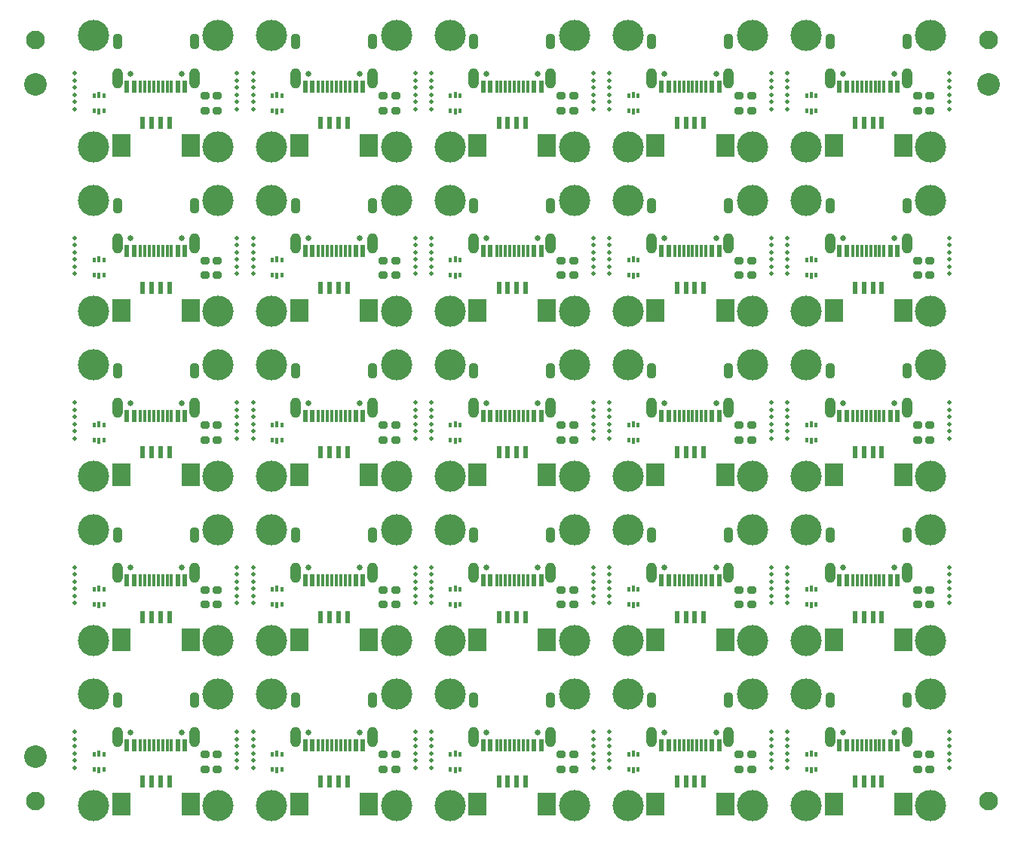
<source format=gts>
%TF.GenerationSoftware,KiCad,Pcbnew,8.0.4*%
%TF.CreationDate,2024-08-27T11:33:21+08:00*%
%TF.ProjectId,c3-fpc-panelized_output,63332d66-7063-42d7-9061-6e656c697a65,rev?*%
%TF.SameCoordinates,PX5836c38PY1312d00*%
%TF.FileFunction,Soldermask,Top*%
%TF.FilePolarity,Negative*%
%FSLAX46Y46*%
G04 Gerber Fmt 4.6, Leading zero omitted, Abs format (unit mm)*
G04 Created by KiCad (PCBNEW 8.0.4) date 2024-08-27 11:33:21*
%MOMM*%
%LPD*%
G01*
G04 APERTURE LIST*
G04 Aperture macros list*
%AMRoundRect*
0 Rectangle with rounded corners*
0 $1 Rounding radius*
0 $2 $3 $4 $5 $6 $7 $8 $9 X,Y pos of 4 corners*
0 Add a 4 corners polygon primitive as box body*
4,1,4,$2,$3,$4,$5,$6,$7,$8,$9,$2,$3,0*
0 Add four circle primitives for the rounded corners*
1,1,$1+$1,$2,$3*
1,1,$1+$1,$4,$5*
1,1,$1+$1,$6,$7*
1,1,$1+$1,$8,$9*
0 Add four rect primitives between the rounded corners*
20,1,$1+$1,$2,$3,$4,$5,0*
20,1,$1+$1,$4,$5,$6,$7,0*
20,1,$1+$1,$6,$7,$8,$9,0*
20,1,$1+$1,$8,$9,$2,$3,0*%
G04 Aperture macros list end*
%ADD10C,3.500000*%
%ADD11R,0.375000X0.500000*%
%ADD12R,0.300000X0.650000*%
%ADD13C,0.500000*%
%ADD14RoundRect,0.200000X0.275000X-0.200000X0.275000X0.200000X-0.275000X0.200000X-0.275000X-0.200000X0*%
%ADD15R,0.500000X1.400000*%
%ADD16R,2.000000X2.500000*%
%ADD17C,0.650000*%
%ADD18R,0.600000X1.450000*%
%ADD19R,0.300000X1.450000*%
%ADD20O,1.200000X2.300000*%
%ADD21O,1.100000X1.800000*%
%ADD22RoundRect,0.200000X-0.275000X0.200000X-0.275000X-0.200000X0.275000X-0.200000X0.275000X0.200000X0*%
%ADD23C,2.540000*%
%ADD24C,2.100000*%
G04 APERTURE END LIST*
D10*
%TO.C,REF\u002A\u002A*%
X103001000Y-88500000D03*
%TD*%
D11*
%TO.C,U1*%
X90138500Y-8750000D03*
D12*
X89601000Y-8675000D03*
D11*
X89063500Y-8750000D03*
X89063500Y-10450000D03*
D12*
X89601000Y-10525000D03*
D11*
X90138500Y-10450000D03*
%TD*%
D13*
%TO.C,KiKit_MB_36_2*%
X65101000Y-62550000D03*
%TD*%
D11*
%TO.C,U1*%
X10138500Y-82750000D03*
D12*
X9601000Y-82675000D03*
D11*
X9063500Y-82750000D03*
X9063500Y-84450000D03*
D12*
X9601000Y-84525000D03*
D11*
X10138500Y-84450000D03*
%TD*%
%TO.C,U1*%
X90138500Y-82750000D03*
D12*
X89601000Y-82675000D03*
D11*
X89063500Y-82750000D03*
X89063500Y-84450000D03*
D12*
X89601000Y-84525000D03*
D11*
X90138500Y-84450000D03*
%TD*%
D14*
%TO.C,R1*%
X82901000Y-84425000D03*
X82901000Y-82775000D03*
%TD*%
D13*
%TO.C,KiKit_MB_15_5*%
X46901000Y-25550000D03*
%TD*%
D14*
%TO.C,R1*%
X42901000Y-84425000D03*
X42901000Y-82775000D03*
%TD*%
D10*
%TO.C,REF\u002A\u002A*%
X9001000Y-14500000D03*
%TD*%
D13*
%TO.C,KiKit_MB_25_6*%
X46901000Y-43250000D03*
%TD*%
%TO.C,KiKit_MB_4_3*%
X45101000Y-7850000D03*
%TD*%
D11*
%TO.C,U1*%
X10138500Y-27250000D03*
D12*
X9601000Y-27175000D03*
D11*
X9063500Y-27250000D03*
X9063500Y-28950000D03*
D12*
X9601000Y-29025000D03*
D11*
X10138500Y-28950000D03*
%TD*%
D13*
%TO.C,KiKit_MB_3_1*%
X26901000Y-10250000D03*
%TD*%
D14*
%TO.C,R1*%
X102901000Y-47425000D03*
X102901000Y-45775000D03*
%TD*%
D13*
%TO.C,KiKit_MB_28_2*%
X85101000Y-44050000D03*
%TD*%
D15*
%TO.C,J2*%
X54501000Y-85850000D03*
X55501000Y-85850000D03*
X56501000Y-85850000D03*
X57501000Y-85850000D03*
D16*
X52101000Y-88375000D03*
X59901000Y-88375000D03*
%TD*%
D13*
%TO.C,KiKit_MB_32_5*%
X25101000Y-64950000D03*
%TD*%
D15*
%TO.C,J2*%
X34501000Y-30350000D03*
X35501000Y-30350000D03*
X36501000Y-30350000D03*
X37501000Y-30350000D03*
D16*
X32101000Y-32875000D03*
X39901000Y-32875000D03*
%TD*%
D13*
%TO.C,KiKit_MB_44_5*%
X45101000Y-83450000D03*
%TD*%
%TO.C,KiKit_MB_6_1*%
X65101000Y-6250000D03*
%TD*%
D17*
%TO.C,J1*%
X38891000Y-24800000D03*
X33111000Y-24800000D03*
D18*
X39251000Y-26245000D03*
X38451000Y-26245000D03*
D19*
X37251000Y-26245000D03*
X36251000Y-26245000D03*
X35751000Y-26245000D03*
X34751000Y-26245000D03*
D18*
X33551000Y-26245000D03*
X32751000Y-26245000D03*
X32751000Y-26245000D03*
X33551000Y-26245000D03*
D19*
X34251000Y-26245000D03*
X35251000Y-26245000D03*
X36751000Y-26245000D03*
X37751000Y-26245000D03*
D18*
X38451000Y-26245000D03*
X39251000Y-26245000D03*
D20*
X40321000Y-25330000D03*
D21*
X40321000Y-21150000D03*
D20*
X31681000Y-25330000D03*
D21*
X31681000Y-21150000D03*
%TD*%
D13*
%TO.C,KiKit_MB_11_1*%
X6901000Y-28750000D03*
%TD*%
%TO.C,KiKit_MB_45_1*%
X46901000Y-84250000D03*
%TD*%
%TO.C,KiKit_MB_8_5*%
X85101000Y-9450000D03*
%TD*%
%TO.C,KiKit_MB_2_6*%
X25101000Y-10250000D03*
%TD*%
D22*
%TO.C,R2*%
X61501000Y-64275000D03*
X61501000Y-65925000D03*
%TD*%
D13*
%TO.C,KiKit_MB_9_3*%
X86901000Y-8650000D03*
%TD*%
D14*
%TO.C,R1*%
X82901000Y-10425000D03*
X82901000Y-8775000D03*
%TD*%
D13*
%TO.C,KiKit_MB_18_2*%
X85101000Y-25550000D03*
%TD*%
%TO.C,KiKit_MB_27_1*%
X66901000Y-47250000D03*
%TD*%
%TO.C,KiKit_MB_25_1*%
X46901000Y-47250000D03*
%TD*%
%TO.C,KiKit_MB_27_5*%
X66901000Y-44050000D03*
%TD*%
%TO.C,KiKit_MB_39_5*%
X86901000Y-62550000D03*
%TD*%
%TO.C,KiKit_MB_29_6*%
X86901000Y-43250000D03*
%TD*%
%TO.C,KiKit_MB_46_4*%
X65101000Y-82650000D03*
%TD*%
%TO.C,KiKit_MB_17_2*%
X66901000Y-27950000D03*
%TD*%
%TO.C,KiKit_MB_1_5*%
X6901000Y-7050000D03*
%TD*%
%TO.C,KiKit_MB_7_3*%
X66901000Y-8650000D03*
%TD*%
%TO.C,KiKit_MB_24_3*%
X45101000Y-44850000D03*
%TD*%
D17*
%TO.C,J1*%
X58891000Y-80300000D03*
X53111000Y-80300000D03*
D18*
X59251000Y-81745000D03*
X58451000Y-81745000D03*
D19*
X57251000Y-81745000D03*
X56251000Y-81745000D03*
X55751000Y-81745000D03*
X54751000Y-81745000D03*
D18*
X53551000Y-81745000D03*
X52751000Y-81745000D03*
X52751000Y-81745000D03*
X53551000Y-81745000D03*
D19*
X54251000Y-81745000D03*
X55251000Y-81745000D03*
X56751000Y-81745000D03*
X57751000Y-81745000D03*
D18*
X58451000Y-81745000D03*
X59251000Y-81745000D03*
D20*
X60321000Y-80830000D03*
D21*
X60321000Y-76650000D03*
D20*
X51681000Y-80830000D03*
D21*
X51681000Y-76650000D03*
%TD*%
D13*
%TO.C,KiKit_MB_1_6*%
X6901000Y-6250000D03*
%TD*%
D10*
%TO.C,REF\u002A\u002A*%
X29001000Y-2000000D03*
%TD*%
D13*
%TO.C,KiKit_MB_27_3*%
X66901000Y-45650000D03*
%TD*%
D22*
%TO.C,R2*%
X61501000Y-27275000D03*
X61501000Y-28925000D03*
%TD*%
D10*
%TO.C,REF\u002A\u002A*%
X69001000Y-39000000D03*
%TD*%
%TO.C,REF\u002A\u002A*%
X89001000Y-14500000D03*
%TD*%
%TO.C,REF\u002A\u002A*%
X43001000Y-14500000D03*
%TD*%
D17*
%TO.C,J1*%
X98891000Y-61800000D03*
X93111000Y-61800000D03*
D18*
X99251000Y-63245000D03*
X98451000Y-63245000D03*
D19*
X97251000Y-63245000D03*
X96251000Y-63245000D03*
X95751000Y-63245000D03*
X94751000Y-63245000D03*
D18*
X93551000Y-63245000D03*
X92751000Y-63245000D03*
X92751000Y-63245000D03*
X93551000Y-63245000D03*
D19*
X94251000Y-63245000D03*
X95251000Y-63245000D03*
X96751000Y-63245000D03*
X97751000Y-63245000D03*
D18*
X98451000Y-63245000D03*
X99251000Y-63245000D03*
D20*
X100321000Y-62330000D03*
D21*
X100321000Y-58150000D03*
D20*
X91681000Y-62330000D03*
D21*
X91681000Y-58150000D03*
%TD*%
D11*
%TO.C,U1*%
X30138500Y-64250000D03*
D12*
X29601000Y-64175000D03*
D11*
X29063500Y-64250000D03*
X29063500Y-65950000D03*
D12*
X29601000Y-66025000D03*
D11*
X30138500Y-65950000D03*
%TD*%
D15*
%TO.C,J2*%
X54501000Y-67350000D03*
X55501000Y-67350000D03*
X56501000Y-67350000D03*
X57501000Y-67350000D03*
D16*
X52101000Y-69875000D03*
X59901000Y-69875000D03*
%TD*%
D22*
%TO.C,R2*%
X81501000Y-82775000D03*
X81501000Y-84425000D03*
%TD*%
D13*
%TO.C,KiKit_MB_14_6*%
X45101000Y-28750000D03*
%TD*%
D10*
%TO.C,REF\u002A\u002A*%
X43001000Y-57500000D03*
%TD*%
D13*
%TO.C,KiKit_MB_7_5*%
X66901000Y-7050000D03*
%TD*%
%TO.C,KiKit_MB_42_1*%
X25101000Y-80250000D03*
%TD*%
%TO.C,KiKit_MB_13_4*%
X26901000Y-26350000D03*
%TD*%
%TO.C,KiKit_MB_48_5*%
X85101000Y-83450000D03*
%TD*%
%TO.C,KiKit_MB_8_3*%
X85101000Y-7850000D03*
%TD*%
%TO.C,KiKit_MB_50_6*%
X105101000Y-84250000D03*
%TD*%
%TO.C,KiKit_MB_23_2*%
X26901000Y-46450000D03*
%TD*%
%TO.C,KiKit_MB_46_5*%
X65101000Y-83450000D03*
%TD*%
%TO.C,KiKit_MB_13_3*%
X26901000Y-27150000D03*
%TD*%
%TO.C,KiKit_MB_2_4*%
X25101000Y-8650000D03*
%TD*%
%TO.C,KiKit_MB_48_1*%
X85101000Y-80250000D03*
%TD*%
%TO.C,KiKit_MB_37_5*%
X66901000Y-62550000D03*
%TD*%
D17*
%TO.C,J1*%
X38891000Y-61800000D03*
X33111000Y-61800000D03*
D18*
X39251000Y-63245000D03*
X38451000Y-63245000D03*
D19*
X37251000Y-63245000D03*
X36251000Y-63245000D03*
X35751000Y-63245000D03*
X34751000Y-63245000D03*
D18*
X33551000Y-63245000D03*
X32751000Y-63245000D03*
X32751000Y-63245000D03*
X33551000Y-63245000D03*
D19*
X34251000Y-63245000D03*
X35251000Y-63245000D03*
X36751000Y-63245000D03*
X37751000Y-63245000D03*
D18*
X38451000Y-63245000D03*
X39251000Y-63245000D03*
D20*
X40321000Y-62330000D03*
D21*
X40321000Y-58150000D03*
D20*
X31681000Y-62330000D03*
D21*
X31681000Y-58150000D03*
%TD*%
D10*
%TO.C,REF\u002A\u002A*%
X49001000Y-20500000D03*
%TD*%
D13*
%TO.C,KiKit_MB_8_6*%
X85101000Y-10250000D03*
%TD*%
%TO.C,KiKit_MB_34_2*%
X45101000Y-62550000D03*
%TD*%
%TO.C,KiKit_MB_34_6*%
X45101000Y-65750000D03*
%TD*%
%TO.C,KiKit_MB_28_6*%
X85101000Y-47250000D03*
%TD*%
D15*
%TO.C,J2*%
X34501000Y-85850000D03*
X35501000Y-85850000D03*
X36501000Y-85850000D03*
X37501000Y-85850000D03*
D16*
X32101000Y-88375000D03*
X39901000Y-88375000D03*
%TD*%
D13*
%TO.C,KiKit_MB_31_2*%
X6901000Y-64950000D03*
%TD*%
D10*
%TO.C,REF\u002A\u002A*%
X63001000Y-2000000D03*
%TD*%
D13*
%TO.C,KiKit_MB_48_6*%
X85101000Y-84250000D03*
%TD*%
D10*
%TO.C,REF\u002A\u002A*%
X69001000Y-57500000D03*
%TD*%
D13*
%TO.C,KiKit_MB_50_5*%
X105101000Y-83450000D03*
%TD*%
D14*
%TO.C,R1*%
X82901000Y-28925000D03*
X82901000Y-27275000D03*
%TD*%
D13*
%TO.C,KiKit_MB_15_4*%
X46901000Y-26350000D03*
%TD*%
%TO.C,KiKit_MB_38_1*%
X85101000Y-61750000D03*
%TD*%
%TO.C,KiKit_MB_31_3*%
X6901000Y-64150000D03*
%TD*%
%TO.C,KiKit_MB_40_2*%
X105101000Y-62550000D03*
%TD*%
D14*
%TO.C,R1*%
X102901000Y-65925000D03*
X102901000Y-64275000D03*
%TD*%
D13*
%TO.C,KiKit_MB_31_4*%
X6901000Y-63350000D03*
%TD*%
%TO.C,KiKit_MB_30_1*%
X105101000Y-43250000D03*
%TD*%
%TO.C,KiKit_MB_44_1*%
X45101000Y-80250000D03*
%TD*%
%TO.C,KiKit_MB_35_6*%
X46901000Y-61750000D03*
%TD*%
%TO.C,KiKit_MB_49_5*%
X86901000Y-81050000D03*
%TD*%
D10*
%TO.C,REF\u002A\u002A*%
X83001000Y-57500000D03*
%TD*%
D13*
%TO.C,KiKit_MB_42_4*%
X25101000Y-82650000D03*
%TD*%
D11*
%TO.C,U1*%
X70138500Y-27250000D03*
D12*
X69601000Y-27175000D03*
D11*
X69063500Y-27250000D03*
X69063500Y-28950000D03*
D12*
X69601000Y-29025000D03*
D11*
X70138500Y-28950000D03*
%TD*%
D15*
%TO.C,J2*%
X54501000Y-48850000D03*
X55501000Y-48850000D03*
X56501000Y-48850000D03*
X57501000Y-48850000D03*
D16*
X52101000Y-51375000D03*
X59901000Y-51375000D03*
%TD*%
D13*
%TO.C,KiKit_MB_37_4*%
X66901000Y-63350000D03*
%TD*%
D10*
%TO.C,REF\u002A\u002A*%
X9001000Y-76000000D03*
%TD*%
%TO.C,REF\u002A\u002A*%
X43001000Y-33000000D03*
%TD*%
D13*
%TO.C,KiKit_MB_4_6*%
X45101000Y-10250000D03*
%TD*%
%TO.C,KiKit_MB_17_6*%
X66901000Y-24750000D03*
%TD*%
D10*
%TO.C,REF\u002A\u002A*%
X43001000Y-70000000D03*
%TD*%
D13*
%TO.C,KiKit_MB_33_5*%
X26901000Y-62550000D03*
%TD*%
D10*
%TO.C,REF\u002A\u002A*%
X63001000Y-51500000D03*
%TD*%
D17*
%TO.C,J1*%
X18891000Y-24800000D03*
X13111000Y-24800000D03*
D18*
X19251000Y-26245000D03*
X18451000Y-26245000D03*
D19*
X17251000Y-26245000D03*
X16251000Y-26245000D03*
X15751000Y-26245000D03*
X14751000Y-26245000D03*
D18*
X13551000Y-26245000D03*
X12751000Y-26245000D03*
X12751000Y-26245000D03*
X13551000Y-26245000D03*
D19*
X14251000Y-26245000D03*
X15251000Y-26245000D03*
X16751000Y-26245000D03*
X17751000Y-26245000D03*
D18*
X18451000Y-26245000D03*
X19251000Y-26245000D03*
D20*
X20321000Y-25330000D03*
D21*
X20321000Y-21150000D03*
D20*
X11681000Y-25330000D03*
D21*
X11681000Y-21150000D03*
%TD*%
D13*
%TO.C,KiKit_MB_20_1*%
X105101000Y-24750000D03*
%TD*%
%TO.C,KiKit_MB_20_3*%
X105101000Y-26350000D03*
%TD*%
%TO.C,KiKit_MB_22_6*%
X25101000Y-47250000D03*
%TD*%
D14*
%TO.C,R1*%
X62901000Y-10425000D03*
X62901000Y-8775000D03*
%TD*%
D13*
%TO.C,KiKit_MB_33_2*%
X26901000Y-64950000D03*
%TD*%
D17*
%TO.C,J1*%
X98891000Y-6300000D03*
X93111000Y-6300000D03*
D18*
X99251000Y-7745000D03*
X98451000Y-7745000D03*
D19*
X97251000Y-7745000D03*
X96251000Y-7745000D03*
X95751000Y-7745000D03*
X94751000Y-7745000D03*
D18*
X93551000Y-7745000D03*
X92751000Y-7745000D03*
X92751000Y-7745000D03*
X93551000Y-7745000D03*
D19*
X94251000Y-7745000D03*
X95251000Y-7745000D03*
X96751000Y-7745000D03*
X97751000Y-7745000D03*
D18*
X98451000Y-7745000D03*
X99251000Y-7745000D03*
D20*
X100321000Y-6830000D03*
D21*
X100321000Y-2650000D03*
D20*
X91681000Y-6830000D03*
D21*
X91681000Y-2650000D03*
%TD*%
D10*
%TO.C,REF\u002A\u002A*%
X9001000Y-57500000D03*
%TD*%
D13*
%TO.C,KiKit_MB_12_5*%
X25101000Y-27950000D03*
%TD*%
%TO.C,KiKit_MB_28_3*%
X85101000Y-44850000D03*
%TD*%
%TO.C,KiKit_MB_24_5*%
X45101000Y-46450000D03*
%TD*%
D10*
%TO.C,REF\u002A\u002A*%
X83001000Y-51500000D03*
%TD*%
%TO.C,REF\u002A\u002A*%
X43001000Y-76000000D03*
%TD*%
D13*
%TO.C,KiKit_MB_17_3*%
X66901000Y-27150000D03*
%TD*%
D22*
%TO.C,R2*%
X101501000Y-27275000D03*
X101501000Y-28925000D03*
%TD*%
D17*
%TO.C,J1*%
X18891000Y-80300000D03*
X13111000Y-80300000D03*
D18*
X19251000Y-81745000D03*
X18451000Y-81745000D03*
D19*
X17251000Y-81745000D03*
X16251000Y-81745000D03*
X15751000Y-81745000D03*
X14751000Y-81745000D03*
D18*
X13551000Y-81745000D03*
X12751000Y-81745000D03*
X12751000Y-81745000D03*
X13551000Y-81745000D03*
D19*
X14251000Y-81745000D03*
X15251000Y-81745000D03*
X16751000Y-81745000D03*
X17751000Y-81745000D03*
D18*
X18451000Y-81745000D03*
X19251000Y-81745000D03*
D20*
X20321000Y-80830000D03*
D21*
X20321000Y-76650000D03*
D20*
X11681000Y-80830000D03*
D21*
X11681000Y-76650000D03*
%TD*%
D13*
%TO.C,KiKit_MB_11_6*%
X6901000Y-24750000D03*
%TD*%
%TO.C,KiKit_MB_44_6*%
X45101000Y-84250000D03*
%TD*%
D10*
%TO.C,REF\u002A\u002A*%
X23001000Y-51500000D03*
%TD*%
%TO.C,REF\u002A\u002A*%
X23001000Y-20500000D03*
%TD*%
D13*
%TO.C,KiKit_MB_34_1*%
X45101000Y-61750000D03*
%TD*%
%TO.C,KiKit_MB_1_1*%
X6901000Y-10250000D03*
%TD*%
D17*
%TO.C,J1*%
X98891000Y-80300000D03*
X93111000Y-80300000D03*
D18*
X99251000Y-81745000D03*
X98451000Y-81745000D03*
D19*
X97251000Y-81745000D03*
X96251000Y-81745000D03*
X95751000Y-81745000D03*
X94751000Y-81745000D03*
D18*
X93551000Y-81745000D03*
X92751000Y-81745000D03*
X92751000Y-81745000D03*
X93551000Y-81745000D03*
D19*
X94251000Y-81745000D03*
X95251000Y-81745000D03*
X96751000Y-81745000D03*
X97751000Y-81745000D03*
D18*
X98451000Y-81745000D03*
X99251000Y-81745000D03*
D20*
X100321000Y-80830000D03*
D21*
X100321000Y-76650000D03*
D20*
X91681000Y-80830000D03*
D21*
X91681000Y-76650000D03*
%TD*%
D13*
%TO.C,KiKit_MB_39_3*%
X86901000Y-64150000D03*
%TD*%
%TO.C,KiKit_MB_46_3*%
X65101000Y-81850000D03*
%TD*%
%TO.C,KiKit_MB_30_2*%
X105101000Y-44050000D03*
%TD*%
D15*
%TO.C,J2*%
X34501000Y-67350000D03*
X35501000Y-67350000D03*
X36501000Y-67350000D03*
X37501000Y-67350000D03*
D16*
X32101000Y-69875000D03*
X39901000Y-69875000D03*
%TD*%
D22*
%TO.C,R2*%
X81501000Y-64275000D03*
X81501000Y-65925000D03*
%TD*%
D13*
%TO.C,KiKit_MB_39_1*%
X86901000Y-65750000D03*
%TD*%
%TO.C,KiKit_MB_29_4*%
X86901000Y-44850000D03*
%TD*%
%TO.C,KiKit_MB_5_1*%
X46901000Y-10250000D03*
%TD*%
D10*
%TO.C,REF\u002A\u002A*%
X43001000Y-20500000D03*
%TD*%
D13*
%TO.C,KiKit_MB_36_5*%
X65101000Y-64950000D03*
%TD*%
D22*
%TO.C,R2*%
X21501000Y-45775000D03*
X21501000Y-47425000D03*
%TD*%
D10*
%TO.C,REF\u002A\u002A*%
X29001000Y-39000000D03*
%TD*%
D13*
%TO.C,KiKit_MB_31_5*%
X6901000Y-62550000D03*
%TD*%
%TO.C,KiKit_MB_19_5*%
X86901000Y-25550000D03*
%TD*%
%TO.C,KiKit_MB_39_2*%
X86901000Y-64950000D03*
%TD*%
%TO.C,KiKit_MB_48_3*%
X85101000Y-81850000D03*
%TD*%
D23*
%TO.C,KiKit_FID_T_2*%
X109502000Y-7500000D03*
%TD*%
D13*
%TO.C,KiKit_MB_18_3*%
X85101000Y-26350000D03*
%TD*%
D10*
%TO.C,REF\u002A\u002A*%
X43001000Y-2000000D03*
%TD*%
D13*
%TO.C,KiKit_MB_38_3*%
X85101000Y-63350000D03*
%TD*%
%TO.C,KiKit_MB_25_5*%
X46901000Y-44050000D03*
%TD*%
%TO.C,KiKit_MB_4_5*%
X45101000Y-9450000D03*
%TD*%
D10*
%TO.C,REF\u002A\u002A*%
X63001000Y-70000000D03*
%TD*%
%TO.C,REF\u002A\u002A*%
X43001000Y-88500000D03*
%TD*%
D15*
%TO.C,J2*%
X94501000Y-67350000D03*
X95501000Y-67350000D03*
X96501000Y-67350000D03*
X97501000Y-67350000D03*
D16*
X92101000Y-69875000D03*
X99901000Y-69875000D03*
%TD*%
D13*
%TO.C,KiKit_MB_35_3*%
X46901000Y-64150000D03*
%TD*%
%TO.C,KiKit_MB_43_5*%
X26901000Y-81050000D03*
%TD*%
D17*
%TO.C,J1*%
X78891000Y-6300000D03*
X73111000Y-6300000D03*
D18*
X79251000Y-7745000D03*
X78451000Y-7745000D03*
D19*
X77251000Y-7745000D03*
X76251000Y-7745000D03*
X75751000Y-7745000D03*
X74751000Y-7745000D03*
D18*
X73551000Y-7745000D03*
X72751000Y-7745000D03*
X72751000Y-7745000D03*
X73551000Y-7745000D03*
D19*
X74251000Y-7745000D03*
X75251000Y-7745000D03*
X76751000Y-7745000D03*
X77751000Y-7745000D03*
D18*
X78451000Y-7745000D03*
X79251000Y-7745000D03*
D20*
X80321000Y-6830000D03*
D21*
X80321000Y-2650000D03*
D20*
X71681000Y-6830000D03*
D21*
X71681000Y-2650000D03*
%TD*%
D14*
%TO.C,R1*%
X62901000Y-65925000D03*
X62901000Y-64275000D03*
%TD*%
D13*
%TO.C,KiKit_MB_40_3*%
X105101000Y-63350000D03*
%TD*%
D10*
%TO.C,REF\u002A\u002A*%
X89001000Y-33000000D03*
%TD*%
D13*
%TO.C,KiKit_MB_11_2*%
X6901000Y-27950000D03*
%TD*%
D10*
%TO.C,REF\u002A\u002A*%
X103001000Y-76000000D03*
%TD*%
D13*
%TO.C,KiKit_MB_28_1*%
X85101000Y-43250000D03*
%TD*%
D11*
%TO.C,U1*%
X70138500Y-8750000D03*
D12*
X69601000Y-8675000D03*
D11*
X69063500Y-8750000D03*
X69063500Y-10450000D03*
D12*
X69601000Y-10525000D03*
D11*
X70138500Y-10450000D03*
%TD*%
D13*
%TO.C,KiKit_MB_50_3*%
X105101000Y-81850000D03*
%TD*%
D17*
%TO.C,J1*%
X38891000Y-80300000D03*
X33111000Y-80300000D03*
D18*
X39251000Y-81745000D03*
X38451000Y-81745000D03*
D19*
X37251000Y-81745000D03*
X36251000Y-81745000D03*
X35751000Y-81745000D03*
X34751000Y-81745000D03*
D18*
X33551000Y-81745000D03*
X32751000Y-81745000D03*
X32751000Y-81745000D03*
X33551000Y-81745000D03*
D19*
X34251000Y-81745000D03*
X35251000Y-81745000D03*
X36751000Y-81745000D03*
X37751000Y-81745000D03*
D18*
X38451000Y-81745000D03*
X39251000Y-81745000D03*
D20*
X40321000Y-80830000D03*
D21*
X40321000Y-76650000D03*
D20*
X31681000Y-80830000D03*
D21*
X31681000Y-76650000D03*
%TD*%
D13*
%TO.C,KiKit_MB_41_6*%
X6901000Y-80250000D03*
%TD*%
D11*
%TO.C,U1*%
X30138500Y-27250000D03*
D12*
X29601000Y-27175000D03*
D11*
X29063500Y-27250000D03*
X29063500Y-28950000D03*
D12*
X29601000Y-29025000D03*
D11*
X30138500Y-28950000D03*
%TD*%
D24*
%TO.C,KiKit_TO_1*%
X2500000Y-2500000D03*
%TD*%
D10*
%TO.C,REF\u002A\u002A*%
X63001000Y-88500000D03*
%TD*%
D13*
%TO.C,KiKit_MB_31_1*%
X6901000Y-65750000D03*
%TD*%
%TO.C,KiKit_MB_19_3*%
X86901000Y-27150000D03*
%TD*%
%TO.C,KiKit_MB_2_1*%
X25101000Y-6250000D03*
%TD*%
%TO.C,KiKit_MB_4_1*%
X45101000Y-6250000D03*
%TD*%
%TO.C,KiKit_MB_16_1*%
X65101000Y-24750000D03*
%TD*%
D10*
%TO.C,REF\u002A\u002A*%
X43001000Y-51500000D03*
%TD*%
D13*
%TO.C,KiKit_MB_13_1*%
X26901000Y-28750000D03*
%TD*%
D14*
%TO.C,R1*%
X82901000Y-65925000D03*
X82901000Y-64275000D03*
%TD*%
D11*
%TO.C,U1*%
X70138500Y-64250000D03*
D12*
X69601000Y-64175000D03*
D11*
X69063500Y-64250000D03*
X69063500Y-65950000D03*
D12*
X69601000Y-66025000D03*
D11*
X70138500Y-65950000D03*
%TD*%
D10*
%TO.C,REF\u002A\u002A*%
X49001000Y-88500000D03*
%TD*%
D11*
%TO.C,U1*%
X30138500Y-82750000D03*
D12*
X29601000Y-82675000D03*
D11*
X29063500Y-82750000D03*
X29063500Y-84450000D03*
D12*
X29601000Y-84525000D03*
D11*
X30138500Y-84450000D03*
%TD*%
D13*
%TO.C,KiKit_MB_41_4*%
X6901000Y-81850000D03*
%TD*%
%TO.C,KiKit_MB_44_4*%
X45101000Y-82650000D03*
%TD*%
D10*
%TO.C,REF\u002A\u002A*%
X63001000Y-33000000D03*
%TD*%
D13*
%TO.C,KiKit_MB_18_5*%
X85101000Y-27950000D03*
%TD*%
%TO.C,KiKit_MB_50_4*%
X105101000Y-82650000D03*
%TD*%
D14*
%TO.C,R1*%
X22901000Y-47425000D03*
X22901000Y-45775000D03*
%TD*%
D13*
%TO.C,KiKit_MB_34_3*%
X45101000Y-63350000D03*
%TD*%
D10*
%TO.C,REF\u002A\u002A*%
X63001000Y-14500000D03*
%TD*%
D13*
%TO.C,KiKit_MB_10_4*%
X105101000Y-8650000D03*
%TD*%
D17*
%TO.C,J1*%
X78891000Y-80300000D03*
X73111000Y-80300000D03*
D18*
X79251000Y-81745000D03*
X78451000Y-81745000D03*
D19*
X77251000Y-81745000D03*
X76251000Y-81745000D03*
X75751000Y-81745000D03*
X74751000Y-81745000D03*
D18*
X73551000Y-81745000D03*
X72751000Y-81745000D03*
X72751000Y-81745000D03*
X73551000Y-81745000D03*
D19*
X74251000Y-81745000D03*
X75251000Y-81745000D03*
X76751000Y-81745000D03*
X77751000Y-81745000D03*
D18*
X78451000Y-81745000D03*
X79251000Y-81745000D03*
D20*
X80321000Y-80830000D03*
D21*
X80321000Y-76650000D03*
D20*
X71681000Y-80830000D03*
D21*
X71681000Y-76650000D03*
%TD*%
D10*
%TO.C,REF\u002A\u002A*%
X89001000Y-2000000D03*
%TD*%
D13*
%TO.C,KiKit_MB_50_2*%
X105101000Y-81050000D03*
%TD*%
%TO.C,KiKit_MB_7_6*%
X66901000Y-6250000D03*
%TD*%
%TO.C,KiKit_MB_3_5*%
X26901000Y-7050000D03*
%TD*%
%TO.C,KiKit_MB_46_1*%
X65101000Y-80250000D03*
%TD*%
D10*
%TO.C,REF\u002A\u002A*%
X49001000Y-39000000D03*
%TD*%
D23*
%TO.C,KiKit_FID_T_1*%
X2500000Y-7500000D03*
%TD*%
D13*
%TO.C,KiKit_MB_30_6*%
X105101000Y-47250000D03*
%TD*%
%TO.C,KiKit_MB_6_3*%
X65101000Y-7850000D03*
%TD*%
%TO.C,KiKit_MB_38_6*%
X85101000Y-65750000D03*
%TD*%
D10*
%TO.C,REF\u002A\u002A*%
X89001000Y-70000000D03*
%TD*%
D13*
%TO.C,KiKit_MB_37_6*%
X66901000Y-61750000D03*
%TD*%
D10*
%TO.C,REF\u002A\u002A*%
X9001000Y-51500000D03*
%TD*%
D13*
%TO.C,KiKit_MB_12_3*%
X25101000Y-26350000D03*
%TD*%
%TO.C,KiKit_MB_14_1*%
X45101000Y-24750000D03*
%TD*%
%TO.C,KiKit_MB_27_6*%
X66901000Y-43250000D03*
%TD*%
%TO.C,KiKit_MB_16_2*%
X65101000Y-25550000D03*
%TD*%
D10*
%TO.C,REF\u002A\u002A*%
X69001000Y-20500000D03*
%TD*%
D13*
%TO.C,KiKit_MB_21_5*%
X6901000Y-44050000D03*
%TD*%
%TO.C,KiKit_MB_9_5*%
X86901000Y-7050000D03*
%TD*%
D15*
%TO.C,J2*%
X54501000Y-30350000D03*
X55501000Y-30350000D03*
X56501000Y-30350000D03*
X57501000Y-30350000D03*
D16*
X52101000Y-32875000D03*
X59901000Y-32875000D03*
%TD*%
D13*
%TO.C,KiKit_MB_15_1*%
X46901000Y-28750000D03*
%TD*%
D17*
%TO.C,J1*%
X58891000Y-43300000D03*
X53111000Y-43300000D03*
D18*
X59251000Y-44745000D03*
X58451000Y-44745000D03*
D19*
X57251000Y-44745000D03*
X56251000Y-44745000D03*
X55751000Y-44745000D03*
X54751000Y-44745000D03*
D18*
X53551000Y-44745000D03*
X52751000Y-44745000D03*
X52751000Y-44745000D03*
X53551000Y-44745000D03*
D19*
X54251000Y-44745000D03*
X55251000Y-44745000D03*
X56751000Y-44745000D03*
X57751000Y-44745000D03*
D18*
X58451000Y-44745000D03*
X59251000Y-44745000D03*
D20*
X60321000Y-43830000D03*
D21*
X60321000Y-39650000D03*
D20*
X51681000Y-43830000D03*
D21*
X51681000Y-39650000D03*
%TD*%
D11*
%TO.C,U1*%
X30138500Y-45750000D03*
D12*
X29601000Y-45675000D03*
D11*
X29063500Y-45750000D03*
X29063500Y-47450000D03*
D12*
X29601000Y-47525000D03*
D11*
X30138500Y-47450000D03*
%TD*%
D10*
%TO.C,REF\u002A\u002A*%
X103001000Y-2000000D03*
%TD*%
D11*
%TO.C,U1*%
X90138500Y-45750000D03*
D12*
X89601000Y-45675000D03*
D11*
X89063500Y-45750000D03*
X89063500Y-47450000D03*
D12*
X89601000Y-47525000D03*
D11*
X90138500Y-47450000D03*
%TD*%
D15*
%TO.C,J2*%
X94501000Y-48850000D03*
X95501000Y-48850000D03*
X96501000Y-48850000D03*
X97501000Y-48850000D03*
D16*
X92101000Y-51375000D03*
X99901000Y-51375000D03*
%TD*%
D13*
%TO.C,KiKit_MB_14_5*%
X45101000Y-27950000D03*
%TD*%
%TO.C,KiKit_MB_9_2*%
X86901000Y-9450000D03*
%TD*%
D11*
%TO.C,U1*%
X90138500Y-27250000D03*
D12*
X89601000Y-27175000D03*
D11*
X89063500Y-27250000D03*
X89063500Y-28950000D03*
D12*
X89601000Y-29025000D03*
D11*
X90138500Y-28950000D03*
%TD*%
D13*
%TO.C,KiKit_MB_45_6*%
X46901000Y-80250000D03*
%TD*%
%TO.C,KiKit_MB_24_2*%
X45101000Y-44050000D03*
%TD*%
%TO.C,KiKit_MB_29_3*%
X86901000Y-45650000D03*
%TD*%
%TO.C,KiKit_MB_27_4*%
X66901000Y-44850000D03*
%TD*%
%TO.C,KiKit_MB_30_4*%
X105101000Y-45650000D03*
%TD*%
D10*
%TO.C,REF\u002A\u002A*%
X29001000Y-20500000D03*
%TD*%
D13*
%TO.C,KiKit_MB_1_2*%
X6901000Y-9450000D03*
%TD*%
%TO.C,KiKit_MB_47_1*%
X66901000Y-84250000D03*
%TD*%
%TO.C,KiKit_MB_26_5*%
X65101000Y-46450000D03*
%TD*%
%TO.C,KiKit_MB_42_5*%
X25101000Y-83450000D03*
%TD*%
D14*
%TO.C,R1*%
X42901000Y-65925000D03*
X42901000Y-64275000D03*
%TD*%
D13*
%TO.C,KiKit_MB_16_4*%
X65101000Y-27150000D03*
%TD*%
D10*
%TO.C,REF\u002A\u002A*%
X49001000Y-76000000D03*
%TD*%
D22*
%TO.C,R2*%
X61501000Y-82775000D03*
X61501000Y-84425000D03*
%TD*%
D13*
%TO.C,KiKit_MB_5_6*%
X46901000Y-6250000D03*
%TD*%
%TO.C,KiKit_MB_21_2*%
X6901000Y-46450000D03*
%TD*%
D10*
%TO.C,REF\u002A\u002A*%
X83001000Y-14500000D03*
%TD*%
D15*
%TO.C,J2*%
X74501000Y-67350000D03*
X75501000Y-67350000D03*
X76501000Y-67350000D03*
X77501000Y-67350000D03*
D16*
X72101000Y-69875000D03*
X79901000Y-69875000D03*
%TD*%
D13*
%TO.C,KiKit_MB_47_5*%
X66901000Y-81050000D03*
%TD*%
D10*
%TO.C,REF\u002A\u002A*%
X63001000Y-76000000D03*
%TD*%
D13*
%TO.C,KiKit_MB_26_3*%
X65101000Y-44850000D03*
%TD*%
%TO.C,KiKit_MB_38_4*%
X85101000Y-64150000D03*
%TD*%
%TO.C,KiKit_MB_36_1*%
X65101000Y-61750000D03*
%TD*%
%TO.C,KiKit_MB_25_2*%
X46901000Y-46450000D03*
%TD*%
%TO.C,KiKit_MB_38_5*%
X85101000Y-64950000D03*
%TD*%
D15*
%TO.C,J2*%
X14501000Y-30350000D03*
X15501000Y-30350000D03*
X16501000Y-30350000D03*
X17501000Y-30350000D03*
D16*
X12101000Y-32875000D03*
X19901000Y-32875000D03*
%TD*%
D11*
%TO.C,U1*%
X50138500Y-82750000D03*
D12*
X49601000Y-82675000D03*
D11*
X49063500Y-82750000D03*
X49063500Y-84450000D03*
D12*
X49601000Y-84525000D03*
D11*
X50138500Y-84450000D03*
%TD*%
D14*
%TO.C,R1*%
X22901000Y-28925000D03*
X22901000Y-27275000D03*
%TD*%
D22*
%TO.C,R2*%
X81501000Y-45775000D03*
X81501000Y-47425000D03*
%TD*%
D14*
%TO.C,R1*%
X22901000Y-65925000D03*
X22901000Y-64275000D03*
%TD*%
D22*
%TO.C,R2*%
X21501000Y-8775000D03*
X21501000Y-10425000D03*
%TD*%
D13*
%TO.C,KiKit_MB_46_6*%
X65101000Y-84250000D03*
%TD*%
%TO.C,KiKit_MB_40_4*%
X105101000Y-64150000D03*
%TD*%
%TO.C,KiKit_MB_22_3*%
X25101000Y-44850000D03*
%TD*%
%TO.C,KiKit_MB_12_2*%
X25101000Y-25550000D03*
%TD*%
%TO.C,KiKit_MB_42_6*%
X25101000Y-84250000D03*
%TD*%
D17*
%TO.C,J1*%
X78891000Y-61800000D03*
X73111000Y-61800000D03*
D18*
X79251000Y-63245000D03*
X78451000Y-63245000D03*
D19*
X77251000Y-63245000D03*
X76251000Y-63245000D03*
X75751000Y-63245000D03*
X74751000Y-63245000D03*
D18*
X73551000Y-63245000D03*
X72751000Y-63245000D03*
X72751000Y-63245000D03*
X73551000Y-63245000D03*
D19*
X74251000Y-63245000D03*
X75251000Y-63245000D03*
X76751000Y-63245000D03*
X77751000Y-63245000D03*
D18*
X78451000Y-63245000D03*
X79251000Y-63245000D03*
D20*
X80321000Y-62330000D03*
D21*
X80321000Y-58150000D03*
D20*
X71681000Y-62330000D03*
D21*
X71681000Y-58150000D03*
%TD*%
D22*
%TO.C,R2*%
X21501000Y-27275000D03*
X21501000Y-28925000D03*
%TD*%
%TO.C,R2*%
X61501000Y-8775000D03*
X61501000Y-10425000D03*
%TD*%
D13*
%TO.C,KiKit_MB_36_6*%
X65101000Y-65750000D03*
%TD*%
%TO.C,KiKit_MB_45_2*%
X46901000Y-83450000D03*
%TD*%
%TO.C,KiKit_MB_32_4*%
X25101000Y-64150000D03*
%TD*%
%TO.C,KiKit_MB_20_5*%
X105101000Y-27950000D03*
%TD*%
%TO.C,KiKit_MB_33_3*%
X26901000Y-64150000D03*
%TD*%
%TO.C,KiKit_MB_49_4*%
X86901000Y-81850000D03*
%TD*%
D17*
%TO.C,J1*%
X58891000Y-61800000D03*
X53111000Y-61800000D03*
D18*
X59251000Y-63245000D03*
X58451000Y-63245000D03*
D19*
X57251000Y-63245000D03*
X56251000Y-63245000D03*
X55751000Y-63245000D03*
X54751000Y-63245000D03*
D18*
X53551000Y-63245000D03*
X52751000Y-63245000D03*
X52751000Y-63245000D03*
X53551000Y-63245000D03*
D19*
X54251000Y-63245000D03*
X55251000Y-63245000D03*
X56751000Y-63245000D03*
X57751000Y-63245000D03*
D18*
X58451000Y-63245000D03*
X59251000Y-63245000D03*
D20*
X60321000Y-62330000D03*
D21*
X60321000Y-58150000D03*
D20*
X51681000Y-62330000D03*
D21*
X51681000Y-58150000D03*
%TD*%
D13*
%TO.C,KiKit_MB_16_6*%
X65101000Y-28750000D03*
%TD*%
D10*
%TO.C,REF\u002A\u002A*%
X29001000Y-51500000D03*
%TD*%
D17*
%TO.C,J1*%
X38891000Y-6300000D03*
X33111000Y-6300000D03*
D18*
X39251000Y-7745000D03*
X38451000Y-7745000D03*
D19*
X37251000Y-7745000D03*
X36251000Y-7745000D03*
X35751000Y-7745000D03*
X34751000Y-7745000D03*
D18*
X33551000Y-7745000D03*
X32751000Y-7745000D03*
X32751000Y-7745000D03*
X33551000Y-7745000D03*
D19*
X34251000Y-7745000D03*
X35251000Y-7745000D03*
X36751000Y-7745000D03*
X37751000Y-7745000D03*
D18*
X38451000Y-7745000D03*
X39251000Y-7745000D03*
D20*
X40321000Y-6830000D03*
D21*
X40321000Y-2650000D03*
D20*
X31681000Y-6830000D03*
D21*
X31681000Y-2650000D03*
%TD*%
D14*
%TO.C,R1*%
X62901000Y-47425000D03*
X62901000Y-45775000D03*
%TD*%
D13*
%TO.C,KiKit_MB_50_1*%
X105101000Y-80250000D03*
%TD*%
%TO.C,KiKit_MB_24_6*%
X45101000Y-47250000D03*
%TD*%
%TO.C,KiKit_MB_43_6*%
X26901000Y-80250000D03*
%TD*%
D10*
%TO.C,REF\u002A\u002A*%
X103001000Y-14500000D03*
%TD*%
%TO.C,REF\u002A\u002A*%
X49001000Y-2000000D03*
%TD*%
D13*
%TO.C,KiKit_MB_18_4*%
X85101000Y-27150000D03*
%TD*%
%TO.C,KiKit_MB_14_2*%
X45101000Y-25550000D03*
%TD*%
D17*
%TO.C,J1*%
X98891000Y-43300000D03*
X93111000Y-43300000D03*
D18*
X99251000Y-44745000D03*
X98451000Y-44745000D03*
D19*
X97251000Y-44745000D03*
X96251000Y-44745000D03*
X95751000Y-44745000D03*
X94751000Y-44745000D03*
D18*
X93551000Y-44745000D03*
X92751000Y-44745000D03*
X92751000Y-44745000D03*
X93551000Y-44745000D03*
D19*
X94251000Y-44745000D03*
X95251000Y-44745000D03*
X96751000Y-44745000D03*
X97751000Y-44745000D03*
D18*
X98451000Y-44745000D03*
X99251000Y-44745000D03*
D20*
X100321000Y-43830000D03*
D21*
X100321000Y-39650000D03*
D20*
X91681000Y-43830000D03*
D21*
X91681000Y-39650000D03*
%TD*%
D22*
%TO.C,R2*%
X41501000Y-82775000D03*
X41501000Y-84425000D03*
%TD*%
D10*
%TO.C,REF\u002A\u002A*%
X89001000Y-20500000D03*
%TD*%
D13*
%TO.C,KiKit_MB_21_4*%
X6901000Y-44850000D03*
%TD*%
D15*
%TO.C,J2*%
X74501000Y-85850000D03*
X75501000Y-85850000D03*
X76501000Y-85850000D03*
X77501000Y-85850000D03*
D16*
X72101000Y-88375000D03*
X79901000Y-88375000D03*
%TD*%
D13*
%TO.C,KiKit_MB_3_6*%
X26901000Y-6250000D03*
%TD*%
D10*
%TO.C,REF\u002A\u002A*%
X49001000Y-33000000D03*
%TD*%
%TO.C,REF\u002A\u002A*%
X23001000Y-14500000D03*
%TD*%
%TO.C,REF\u002A\u002A*%
X9001000Y-39000000D03*
%TD*%
D13*
%TO.C,KiKit_MB_22_1*%
X25101000Y-43250000D03*
%TD*%
%TO.C,KiKit_MB_22_5*%
X25101000Y-46450000D03*
%TD*%
%TO.C,KiKit_MB_4_2*%
X45101000Y-7050000D03*
%TD*%
%TO.C,KiKit_MB_24_4*%
X45101000Y-45650000D03*
%TD*%
D15*
%TO.C,J2*%
X74501000Y-30350000D03*
X75501000Y-30350000D03*
X76501000Y-30350000D03*
X77501000Y-30350000D03*
D16*
X72101000Y-32875000D03*
X79901000Y-32875000D03*
%TD*%
D11*
%TO.C,U1*%
X90138500Y-64250000D03*
D12*
X89601000Y-64175000D03*
D11*
X89063500Y-64250000D03*
X89063500Y-65950000D03*
D12*
X89601000Y-66025000D03*
D11*
X90138500Y-65950000D03*
%TD*%
D10*
%TO.C,REF\u002A\u002A*%
X23001000Y-2000000D03*
%TD*%
D17*
%TO.C,J1*%
X18891000Y-6300000D03*
X13111000Y-6300000D03*
D18*
X19251000Y-7745000D03*
X18451000Y-7745000D03*
D19*
X17251000Y-7745000D03*
X16251000Y-7745000D03*
X15751000Y-7745000D03*
X14751000Y-7745000D03*
D18*
X13551000Y-7745000D03*
X12751000Y-7745000D03*
X12751000Y-7745000D03*
X13551000Y-7745000D03*
D19*
X14251000Y-7745000D03*
X15251000Y-7745000D03*
X16751000Y-7745000D03*
X17751000Y-7745000D03*
D18*
X18451000Y-7745000D03*
X19251000Y-7745000D03*
D20*
X20321000Y-6830000D03*
D21*
X20321000Y-2650000D03*
D20*
X11681000Y-6830000D03*
D21*
X11681000Y-2650000D03*
%TD*%
D13*
%TO.C,KiKit_MB_19_1*%
X86901000Y-28750000D03*
%TD*%
D23*
%TO.C,KiKit_FID_T_3*%
X2500000Y-83000000D03*
%TD*%
D11*
%TO.C,U1*%
X30138500Y-8750000D03*
D12*
X29601000Y-8675000D03*
D11*
X29063500Y-8750000D03*
X29063500Y-10450000D03*
D12*
X29601000Y-10525000D03*
D11*
X30138500Y-10450000D03*
%TD*%
D15*
%TO.C,J2*%
X14501000Y-67350000D03*
X15501000Y-67350000D03*
X16501000Y-67350000D03*
X17501000Y-67350000D03*
D16*
X12101000Y-69875000D03*
X19901000Y-69875000D03*
%TD*%
D11*
%TO.C,U1*%
X10138500Y-45750000D03*
D12*
X9601000Y-45675000D03*
D11*
X9063500Y-45750000D03*
X9063500Y-47450000D03*
D12*
X9601000Y-47525000D03*
D11*
X10138500Y-47450000D03*
%TD*%
D13*
%TO.C,KiKit_MB_10_1*%
X105101000Y-6250000D03*
%TD*%
%TO.C,KiKit_MB_40_1*%
X105101000Y-61750000D03*
%TD*%
D10*
%TO.C,REF\u002A\u002A*%
X63001000Y-20500000D03*
%TD*%
D22*
%TO.C,R2*%
X101501000Y-82775000D03*
X101501000Y-84425000D03*
%TD*%
D13*
%TO.C,KiKit_MB_49_3*%
X86901000Y-82650000D03*
%TD*%
D22*
%TO.C,R2*%
X21501000Y-64275000D03*
X21501000Y-65925000D03*
%TD*%
D10*
%TO.C,REF\u002A\u002A*%
X69001000Y-88500000D03*
%TD*%
D24*
%TO.C,KiKit_TO_4*%
X109502000Y-88000000D03*
%TD*%
D22*
%TO.C,R2*%
X81501000Y-8775000D03*
X81501000Y-10425000D03*
%TD*%
D13*
%TO.C,KiKit_MB_26_2*%
X65101000Y-44050000D03*
%TD*%
%TO.C,KiKit_MB_37_1*%
X66901000Y-65750000D03*
%TD*%
D10*
%TO.C,REF\u002A\u002A*%
X83001000Y-39000000D03*
%TD*%
%TO.C,REF\u002A\u002A*%
X29001000Y-57500000D03*
%TD*%
D13*
%TO.C,KiKit_MB_35_4*%
X46901000Y-63350000D03*
%TD*%
D10*
%TO.C,REF\u002A\u002A*%
X29001000Y-33000000D03*
%TD*%
D13*
%TO.C,KiKit_MB_15_2*%
X46901000Y-27950000D03*
%TD*%
%TO.C,KiKit_MB_26_1*%
X65101000Y-43250000D03*
%TD*%
%TO.C,KiKit_MB_11_4*%
X6901000Y-26350000D03*
%TD*%
%TO.C,KiKit_MB_32_6*%
X25101000Y-65750000D03*
%TD*%
D10*
%TO.C,REF\u002A\u002A*%
X23001000Y-39000000D03*
%TD*%
D13*
%TO.C,KiKit_MB_14_4*%
X45101000Y-27150000D03*
%TD*%
D10*
%TO.C,REF\u002A\u002A*%
X103001000Y-39000000D03*
%TD*%
D13*
%TO.C,KiKit_MB_41_2*%
X6901000Y-83450000D03*
%TD*%
D11*
%TO.C,U1*%
X50138500Y-64250000D03*
D12*
X49601000Y-64175000D03*
D11*
X49063500Y-64250000D03*
X49063500Y-65950000D03*
D12*
X49601000Y-66025000D03*
D11*
X50138500Y-65950000D03*
%TD*%
D13*
%TO.C,KiKit_MB_43_2*%
X26901000Y-83450000D03*
%TD*%
%TO.C,KiKit_MB_6_2*%
X65101000Y-7050000D03*
%TD*%
%TO.C,KiKit_MB_5_3*%
X46901000Y-8650000D03*
%TD*%
%TO.C,KiKit_MB_25_3*%
X46901000Y-45650000D03*
%TD*%
D10*
%TO.C,REF\u002A\u002A*%
X49001000Y-51500000D03*
%TD*%
D13*
%TO.C,KiKit_MB_16_3*%
X65101000Y-26350000D03*
%TD*%
D15*
%TO.C,J2*%
X94501000Y-11850000D03*
X95501000Y-11850000D03*
X96501000Y-11850000D03*
X97501000Y-11850000D03*
D16*
X92101000Y-14375000D03*
X99901000Y-14375000D03*
%TD*%
D13*
%TO.C,KiKit_MB_2_3*%
X25101000Y-7850000D03*
%TD*%
D14*
%TO.C,R1*%
X42901000Y-47425000D03*
X42901000Y-45775000D03*
%TD*%
D13*
%TO.C,KiKit_MB_47_6*%
X66901000Y-80250000D03*
%TD*%
D15*
%TO.C,J2*%
X34501000Y-48850000D03*
X35501000Y-48850000D03*
X36501000Y-48850000D03*
X37501000Y-48850000D03*
D16*
X32101000Y-51375000D03*
X39901000Y-51375000D03*
%TD*%
D10*
%TO.C,REF\u002A\u002A*%
X89001000Y-39000000D03*
%TD*%
D13*
%TO.C,KiKit_MB_40_5*%
X105101000Y-64950000D03*
%TD*%
%TO.C,KiKit_MB_34_4*%
X45101000Y-64150000D03*
%TD*%
D17*
%TO.C,J1*%
X58891000Y-24800000D03*
X53111000Y-24800000D03*
D18*
X59251000Y-26245000D03*
X58451000Y-26245000D03*
D19*
X57251000Y-26245000D03*
X56251000Y-26245000D03*
X55751000Y-26245000D03*
X54751000Y-26245000D03*
D18*
X53551000Y-26245000D03*
X52751000Y-26245000D03*
X52751000Y-26245000D03*
X53551000Y-26245000D03*
D19*
X54251000Y-26245000D03*
X55251000Y-26245000D03*
X56751000Y-26245000D03*
X57751000Y-26245000D03*
D18*
X58451000Y-26245000D03*
X59251000Y-26245000D03*
D20*
X60321000Y-25330000D03*
D21*
X60321000Y-21150000D03*
D20*
X51681000Y-25330000D03*
D21*
X51681000Y-21150000D03*
%TD*%
D13*
%TO.C,KiKit_MB_46_2*%
X65101000Y-81050000D03*
%TD*%
D10*
%TO.C,REF\u002A\u002A*%
X63001000Y-39000000D03*
%TD*%
%TO.C,REF\u002A\u002A*%
X29001000Y-14500000D03*
%TD*%
%TO.C,REF\u002A\u002A*%
X69001000Y-70000000D03*
%TD*%
D17*
%TO.C,J1*%
X98891000Y-24800000D03*
X93111000Y-24800000D03*
D18*
X99251000Y-26245000D03*
X98451000Y-26245000D03*
D19*
X97251000Y-26245000D03*
X96251000Y-26245000D03*
X95751000Y-26245000D03*
X94751000Y-26245000D03*
D18*
X93551000Y-26245000D03*
X92751000Y-26245000D03*
X92751000Y-26245000D03*
X93551000Y-26245000D03*
D19*
X94251000Y-26245000D03*
X95251000Y-26245000D03*
X96751000Y-26245000D03*
X97751000Y-26245000D03*
D18*
X98451000Y-26245000D03*
X99251000Y-26245000D03*
D20*
X100321000Y-25330000D03*
D21*
X100321000Y-21150000D03*
D20*
X91681000Y-25330000D03*
D21*
X91681000Y-21150000D03*
%TD*%
D11*
%TO.C,U1*%
X10138500Y-64250000D03*
D12*
X9601000Y-64175000D03*
D11*
X9063500Y-64250000D03*
X9063500Y-65950000D03*
D12*
X9601000Y-66025000D03*
D11*
X10138500Y-65950000D03*
%TD*%
D17*
%TO.C,J1*%
X38891000Y-43300000D03*
X33111000Y-43300000D03*
D18*
X39251000Y-44745000D03*
X38451000Y-44745000D03*
D19*
X37251000Y-44745000D03*
X36251000Y-44745000D03*
X35751000Y-44745000D03*
X34751000Y-44745000D03*
D18*
X33551000Y-44745000D03*
X32751000Y-44745000D03*
X32751000Y-44745000D03*
X33551000Y-44745000D03*
D19*
X34251000Y-44745000D03*
X35251000Y-44745000D03*
X36751000Y-44745000D03*
X37751000Y-44745000D03*
D18*
X38451000Y-44745000D03*
X39251000Y-44745000D03*
D20*
X40321000Y-43830000D03*
D21*
X40321000Y-39650000D03*
D20*
X31681000Y-43830000D03*
D21*
X31681000Y-39650000D03*
%TD*%
D13*
%TO.C,KiKit_MB_1_3*%
X6901000Y-8650000D03*
%TD*%
%TO.C,KiKit_MB_31_6*%
X6901000Y-61750000D03*
%TD*%
%TO.C,KiKit_MB_7_1*%
X66901000Y-10250000D03*
%TD*%
%TO.C,KiKit_MB_11_3*%
X6901000Y-27150000D03*
%TD*%
%TO.C,KiKit_MB_37_2*%
X66901000Y-64950000D03*
%TD*%
D10*
%TO.C,REF\u002A\u002A*%
X49001000Y-57500000D03*
%TD*%
D11*
%TO.C,U1*%
X10138500Y-8750000D03*
D12*
X9601000Y-8675000D03*
D11*
X9063500Y-8750000D03*
X9063500Y-10450000D03*
D12*
X9601000Y-10525000D03*
D11*
X10138500Y-10450000D03*
%TD*%
D13*
%TO.C,KiKit_MB_49_6*%
X86901000Y-80250000D03*
%TD*%
D10*
%TO.C,REF\u002A\u002A*%
X29001000Y-88500000D03*
%TD*%
D15*
%TO.C,J2*%
X14501000Y-85850000D03*
X15501000Y-85850000D03*
X16501000Y-85850000D03*
X17501000Y-85850000D03*
D16*
X12101000Y-88375000D03*
X19901000Y-88375000D03*
%TD*%
D13*
%TO.C,KiKit_MB_45_3*%
X46901000Y-82650000D03*
%TD*%
%TO.C,KiKit_MB_30_3*%
X105101000Y-44850000D03*
%TD*%
%TO.C,KiKit_MB_2_5*%
X25101000Y-9450000D03*
%TD*%
%TO.C,KiKit_MB_13_6*%
X26901000Y-24750000D03*
%TD*%
D11*
%TO.C,U1*%
X70138500Y-82750000D03*
D12*
X69601000Y-82675000D03*
D11*
X69063500Y-82750000D03*
X69063500Y-84450000D03*
D12*
X69601000Y-84525000D03*
D11*
X70138500Y-84450000D03*
%TD*%
D13*
%TO.C,KiKit_MB_5_5*%
X46901000Y-7050000D03*
%TD*%
%TO.C,KiKit_MB_29_1*%
X86901000Y-47250000D03*
%TD*%
%TO.C,KiKit_MB_43_4*%
X26901000Y-81850000D03*
%TD*%
D10*
%TO.C,REF\u002A\u002A*%
X83001000Y-20500000D03*
%TD*%
D13*
%TO.C,KiKit_MB_21_3*%
X6901000Y-45650000D03*
%TD*%
D17*
%TO.C,J1*%
X18891000Y-61800000D03*
X13111000Y-61800000D03*
D18*
X19251000Y-63245000D03*
X18451000Y-63245000D03*
D19*
X17251000Y-63245000D03*
X16251000Y-63245000D03*
X15751000Y-63245000D03*
X14751000Y-63245000D03*
D18*
X13551000Y-63245000D03*
X12751000Y-63245000D03*
X12751000Y-63245000D03*
X13551000Y-63245000D03*
D19*
X14251000Y-63245000D03*
X15251000Y-63245000D03*
X16751000Y-63245000D03*
X17751000Y-63245000D03*
D18*
X18451000Y-63245000D03*
X19251000Y-63245000D03*
D20*
X20321000Y-62330000D03*
D21*
X20321000Y-58150000D03*
D20*
X11681000Y-62330000D03*
D21*
X11681000Y-58150000D03*
%TD*%
D10*
%TO.C,REF\u002A\u002A*%
X9001000Y-70000000D03*
%TD*%
D13*
%TO.C,KiKit_MB_45_5*%
X46901000Y-81050000D03*
%TD*%
D10*
%TO.C,REF\u002A\u002A*%
X69001000Y-33000000D03*
%TD*%
D22*
%TO.C,R2*%
X81501000Y-27275000D03*
X81501000Y-28925000D03*
%TD*%
D14*
%TO.C,R1*%
X22901000Y-10425000D03*
X22901000Y-8775000D03*
%TD*%
D13*
%TO.C,KiKit_MB_8_2*%
X85101000Y-7050000D03*
%TD*%
%TO.C,KiKit_MB_10_6*%
X105101000Y-10250000D03*
%TD*%
D14*
%TO.C,R1*%
X22901000Y-84425000D03*
X22901000Y-82775000D03*
%TD*%
D13*
%TO.C,KiKit_MB_3_3*%
X26901000Y-8650000D03*
%TD*%
%TO.C,KiKit_MB_6_6*%
X65101000Y-10250000D03*
%TD*%
D10*
%TO.C,REF\u002A\u002A*%
X89001000Y-88500000D03*
%TD*%
D15*
%TO.C,J2*%
X14501000Y-48850000D03*
X15501000Y-48850000D03*
X16501000Y-48850000D03*
X17501000Y-48850000D03*
D16*
X12101000Y-51375000D03*
X19901000Y-51375000D03*
%TD*%
D13*
%TO.C,KiKit_MB_40_6*%
X105101000Y-65750000D03*
%TD*%
D22*
%TO.C,R2*%
X101501000Y-45775000D03*
X101501000Y-47425000D03*
%TD*%
D13*
%TO.C,KiKit_MB_12_6*%
X25101000Y-28750000D03*
%TD*%
D15*
%TO.C,J2*%
X14501000Y-11850000D03*
X15501000Y-11850000D03*
X16501000Y-11850000D03*
X17501000Y-11850000D03*
D16*
X12101000Y-14375000D03*
X19901000Y-14375000D03*
%TD*%
D10*
%TO.C,REF\u002A\u002A*%
X103001000Y-70000000D03*
%TD*%
%TO.C,REF\u002A\u002A*%
X49001000Y-14500000D03*
%TD*%
D14*
%TO.C,R1*%
X102901000Y-10425000D03*
X102901000Y-8775000D03*
%TD*%
D15*
%TO.C,J2*%
X54501000Y-11850000D03*
X55501000Y-11850000D03*
X56501000Y-11850000D03*
X57501000Y-11850000D03*
D16*
X52101000Y-14375000D03*
X59901000Y-14375000D03*
%TD*%
D13*
%TO.C,KiKit_MB_41_3*%
X6901000Y-82650000D03*
%TD*%
%TO.C,KiKit_MB_8_4*%
X85101000Y-8650000D03*
%TD*%
%TO.C,KiKit_MB_23_1*%
X26901000Y-47250000D03*
%TD*%
D22*
%TO.C,R2*%
X101501000Y-8775000D03*
X101501000Y-10425000D03*
%TD*%
D10*
%TO.C,REF\u002A\u002A*%
X89001000Y-51500000D03*
%TD*%
D13*
%TO.C,KiKit_MB_48_2*%
X85101000Y-81050000D03*
%TD*%
%TO.C,KiKit_MB_47_3*%
X66901000Y-82650000D03*
%TD*%
D14*
%TO.C,R1*%
X42901000Y-10425000D03*
X42901000Y-8775000D03*
%TD*%
D10*
%TO.C,REF\u002A\u002A*%
X83001000Y-76000000D03*
%TD*%
D13*
%TO.C,KiKit_MB_35_2*%
X46901000Y-64950000D03*
%TD*%
%TO.C,KiKit_MB_8_1*%
X85101000Y-6250000D03*
%TD*%
D17*
%TO.C,J1*%
X78891000Y-24800000D03*
X73111000Y-24800000D03*
D18*
X79251000Y-26245000D03*
X78451000Y-26245000D03*
D19*
X77251000Y-26245000D03*
X76251000Y-26245000D03*
X75751000Y-26245000D03*
X74751000Y-26245000D03*
D18*
X73551000Y-26245000D03*
X72751000Y-26245000D03*
X72751000Y-26245000D03*
X73551000Y-26245000D03*
D19*
X74251000Y-26245000D03*
X75251000Y-26245000D03*
X76751000Y-26245000D03*
X77751000Y-26245000D03*
D18*
X78451000Y-26245000D03*
X79251000Y-26245000D03*
D20*
X80321000Y-25330000D03*
D21*
X80321000Y-21150000D03*
D20*
X71681000Y-25330000D03*
D21*
X71681000Y-21150000D03*
%TD*%
D11*
%TO.C,U1*%
X50138500Y-8750000D03*
D12*
X49601000Y-8675000D03*
D11*
X49063500Y-8750000D03*
X49063500Y-10450000D03*
D12*
X49601000Y-10525000D03*
D11*
X50138500Y-10450000D03*
%TD*%
D13*
%TO.C,KiKit_MB_44_2*%
X45101000Y-81050000D03*
%TD*%
%TO.C,KiKit_MB_48_4*%
X85101000Y-82650000D03*
%TD*%
D15*
%TO.C,J2*%
X74501000Y-11850000D03*
X75501000Y-11850000D03*
X76501000Y-11850000D03*
X77501000Y-11850000D03*
D16*
X72101000Y-14375000D03*
X79901000Y-14375000D03*
%TD*%
D11*
%TO.C,U1*%
X70138500Y-45750000D03*
D12*
X69601000Y-45675000D03*
D11*
X69063500Y-45750000D03*
X69063500Y-47450000D03*
D12*
X69601000Y-47525000D03*
D11*
X70138500Y-47450000D03*
%TD*%
D13*
%TO.C,KiKit_MB_33_6*%
X26901000Y-61750000D03*
%TD*%
D10*
%TO.C,REF\u002A\u002A*%
X69001000Y-76000000D03*
%TD*%
%TO.C,REF\u002A\u002A*%
X103001000Y-51500000D03*
%TD*%
D13*
%TO.C,KiKit_MB_23_3*%
X26901000Y-45650000D03*
%TD*%
%TO.C,KiKit_MB_24_1*%
X45101000Y-43250000D03*
%TD*%
%TO.C,KiKit_MB_3_2*%
X26901000Y-9450000D03*
%TD*%
%TO.C,KiKit_MB_10_2*%
X105101000Y-7050000D03*
%TD*%
%TO.C,KiKit_MB_23_6*%
X26901000Y-43250000D03*
%TD*%
%TO.C,KiKit_MB_9_1*%
X86901000Y-10250000D03*
%TD*%
D10*
%TO.C,REF\u002A\u002A*%
X69001000Y-2000000D03*
%TD*%
%TO.C,REF\u002A\u002A*%
X103001000Y-20500000D03*
%TD*%
D13*
%TO.C,KiKit_MB_14_3*%
X45101000Y-26350000D03*
%TD*%
%TO.C,KiKit_MB_36_3*%
X65101000Y-63350000D03*
%TD*%
D22*
%TO.C,R2*%
X101501000Y-64275000D03*
X101501000Y-65925000D03*
%TD*%
D10*
%TO.C,REF\u002A\u002A*%
X103001000Y-33000000D03*
%TD*%
D14*
%TO.C,R1*%
X62901000Y-84425000D03*
X62901000Y-82775000D03*
%TD*%
D13*
%TO.C,KiKit_MB_29_2*%
X86901000Y-46450000D03*
%TD*%
%TO.C,KiKit_MB_9_4*%
X86901000Y-7850000D03*
%TD*%
D15*
%TO.C,J2*%
X74501000Y-48850000D03*
X75501000Y-48850000D03*
X76501000Y-48850000D03*
X77501000Y-48850000D03*
D16*
X72101000Y-51375000D03*
X79901000Y-51375000D03*
%TD*%
D13*
%TO.C,KiKit_MB_25_4*%
X46901000Y-44850000D03*
%TD*%
%TO.C,KiKit_MB_21_1*%
X6901000Y-47250000D03*
%TD*%
D10*
%TO.C,REF\u002A\u002A*%
X83001000Y-70000000D03*
%TD*%
D13*
%TO.C,KiKit_MB_27_2*%
X66901000Y-46450000D03*
%TD*%
%TO.C,KiKit_MB_5_2*%
X46901000Y-9450000D03*
%TD*%
D22*
%TO.C,R2*%
X41501000Y-8775000D03*
X41501000Y-10425000D03*
%TD*%
D13*
%TO.C,KiKit_MB_7_4*%
X66901000Y-7850000D03*
%TD*%
%TO.C,KiKit_MB_12_1*%
X25101000Y-24750000D03*
%TD*%
%TO.C,KiKit_MB_20_2*%
X105101000Y-25550000D03*
%TD*%
D10*
%TO.C,REF\u002A\u002A*%
X63001000Y-57500000D03*
%TD*%
D13*
%TO.C,KiKit_MB_43_1*%
X26901000Y-84250000D03*
%TD*%
%TO.C,KiKit_MB_49_1*%
X86901000Y-84250000D03*
%TD*%
D14*
%TO.C,R1*%
X62901000Y-28925000D03*
X62901000Y-27275000D03*
%TD*%
D13*
%TO.C,KiKit_MB_26_6*%
X65101000Y-47250000D03*
%TD*%
D10*
%TO.C,REF\u002A\u002A*%
X9001000Y-2000000D03*
%TD*%
D13*
%TO.C,KiKit_MB_26_4*%
X65101000Y-45650000D03*
%TD*%
D10*
%TO.C,REF\u002A\u002A*%
X23001000Y-88500000D03*
%TD*%
D13*
%TO.C,KiKit_MB_21_6*%
X6901000Y-43250000D03*
%TD*%
D14*
%TO.C,R1*%
X102901000Y-28925000D03*
X102901000Y-27275000D03*
%TD*%
D13*
%TO.C,KiKit_MB_22_2*%
X25101000Y-44050000D03*
%TD*%
D10*
%TO.C,REF\u002A\u002A*%
X29001000Y-76000000D03*
%TD*%
D24*
%TO.C,KiKit_TO_3*%
X2500000Y-88000000D03*
%TD*%
D22*
%TO.C,R2*%
X21501000Y-82775000D03*
X21501000Y-84425000D03*
%TD*%
D13*
%TO.C,KiKit_MB_19_6*%
X86901000Y-24750000D03*
%TD*%
%TO.C,KiKit_MB_34_5*%
X45101000Y-64950000D03*
%TD*%
%TO.C,KiKit_MB_16_5*%
X65101000Y-27950000D03*
%TD*%
%TO.C,KiKit_MB_32_2*%
X25101000Y-62550000D03*
%TD*%
D15*
%TO.C,J2*%
X94501000Y-30350000D03*
X95501000Y-30350000D03*
X96501000Y-30350000D03*
X97501000Y-30350000D03*
D16*
X92101000Y-32875000D03*
X99901000Y-32875000D03*
%TD*%
D13*
%TO.C,KiKit_MB_6_4*%
X65101000Y-8650000D03*
%TD*%
D10*
%TO.C,REF\u002A\u002A*%
X9001000Y-20500000D03*
%TD*%
%TO.C,REF\u002A\u002A*%
X49001000Y-70000000D03*
%TD*%
D13*
%TO.C,KiKit_MB_20_6*%
X105101000Y-28750000D03*
%TD*%
%TO.C,KiKit_MB_47_2*%
X66901000Y-83450000D03*
%TD*%
%TO.C,KiKit_MB_44_3*%
X45101000Y-81850000D03*
%TD*%
%TO.C,KiKit_MB_35_1*%
X46901000Y-65750000D03*
%TD*%
%TO.C,KiKit_MB_36_4*%
X65101000Y-64150000D03*
%TD*%
%TO.C,KiKit_MB_9_6*%
X86901000Y-6250000D03*
%TD*%
%TO.C,KiKit_MB_32_3*%
X25101000Y-63350000D03*
%TD*%
%TO.C,KiKit_MB_5_4*%
X46901000Y-7850000D03*
%TD*%
%TO.C,KiKit_MB_19_4*%
X86901000Y-26350000D03*
%TD*%
%TO.C,KiKit_MB_1_4*%
X6901000Y-7850000D03*
%TD*%
%TO.C,KiKit_MB_18_6*%
X85101000Y-28750000D03*
%TD*%
%TO.C,KiKit_MB_17_4*%
X66901000Y-26350000D03*
%TD*%
%TO.C,KiKit_MB_28_5*%
X85101000Y-46450000D03*
%TD*%
D10*
%TO.C,REF\u002A\u002A*%
X103001000Y-57500000D03*
%TD*%
D13*
%TO.C,KiKit_MB_13_2*%
X26901000Y-27950000D03*
%TD*%
%TO.C,KiKit_MB_38_2*%
X85101000Y-62550000D03*
%TD*%
D11*
%TO.C,U1*%
X50138500Y-27250000D03*
D12*
X49601000Y-27175000D03*
D11*
X49063500Y-27250000D03*
X49063500Y-28950000D03*
D12*
X49601000Y-29025000D03*
D11*
X50138500Y-28950000D03*
%TD*%
D13*
%TO.C,KiKit_MB_22_4*%
X25101000Y-45650000D03*
%TD*%
D15*
%TO.C,J2*%
X34501000Y-11850000D03*
X35501000Y-11850000D03*
X36501000Y-11850000D03*
X37501000Y-11850000D03*
D16*
X32101000Y-14375000D03*
X39901000Y-14375000D03*
%TD*%
D10*
%TO.C,REF\u002A\u002A*%
X23001000Y-70000000D03*
%TD*%
D13*
%TO.C,KiKit_MB_49_2*%
X86901000Y-83450000D03*
%TD*%
%TO.C,KiKit_MB_6_5*%
X65101000Y-9450000D03*
%TD*%
%TO.C,KiKit_MB_42_3*%
X25101000Y-81850000D03*
%TD*%
%TO.C,KiKit_MB_33_1*%
X26901000Y-65750000D03*
%TD*%
%TO.C,KiKit_MB_42_2*%
X25101000Y-81050000D03*
%TD*%
D17*
%TO.C,J1*%
X18891000Y-43300000D03*
X13111000Y-43300000D03*
D18*
X19251000Y-44745000D03*
X18451000Y-44745000D03*
D19*
X17251000Y-44745000D03*
X16251000Y-44745000D03*
X15751000Y-44745000D03*
X14751000Y-44745000D03*
D18*
X13551000Y-44745000D03*
X12751000Y-44745000D03*
X12751000Y-44745000D03*
X13551000Y-44745000D03*
D19*
X14251000Y-44745000D03*
X15251000Y-44745000D03*
X16751000Y-44745000D03*
X17751000Y-44745000D03*
D18*
X18451000Y-44745000D03*
X19251000Y-44745000D03*
D20*
X20321000Y-43830000D03*
D21*
X20321000Y-39650000D03*
D20*
X11681000Y-43830000D03*
D21*
X11681000Y-39650000D03*
%TD*%
D13*
%TO.C,KiKit_MB_17_5*%
X66901000Y-25550000D03*
%TD*%
%TO.C,KiKit_MB_13_5*%
X26901000Y-25550000D03*
%TD*%
D15*
%TO.C,J2*%
X94501000Y-85850000D03*
X95501000Y-85850000D03*
X96501000Y-85850000D03*
X97501000Y-85850000D03*
D16*
X92101000Y-88375000D03*
X99901000Y-88375000D03*
%TD*%
D13*
%TO.C,KiKit_MB_47_4*%
X66901000Y-81850000D03*
%TD*%
%TO.C,KiKit_MB_28_4*%
X85101000Y-45650000D03*
%TD*%
%TO.C,KiKit_MB_12_4*%
X25101000Y-27150000D03*
%TD*%
%TO.C,KiKit_MB_15_6*%
X46901000Y-24750000D03*
%TD*%
%TO.C,KiKit_MB_23_4*%
X26901000Y-44850000D03*
%TD*%
D22*
%TO.C,R2*%
X41501000Y-45775000D03*
X41501000Y-47425000D03*
%TD*%
D13*
%TO.C,KiKit_MB_18_1*%
X85101000Y-24750000D03*
%TD*%
D22*
%TO.C,R2*%
X41501000Y-64275000D03*
X41501000Y-65925000D03*
%TD*%
D13*
%TO.C,KiKit_MB_17_1*%
X66901000Y-28750000D03*
%TD*%
%TO.C,KiKit_MB_20_4*%
X105101000Y-27150000D03*
%TD*%
%TO.C,KiKit_MB_39_4*%
X86901000Y-63350000D03*
%TD*%
%TO.C,KiKit_MB_35_5*%
X46901000Y-62550000D03*
%TD*%
%TO.C,KiKit_MB_45_4*%
X46901000Y-81850000D03*
%TD*%
%TO.C,KiKit_MB_11_5*%
X6901000Y-25550000D03*
%TD*%
%TO.C,KiKit_MB_15_3*%
X46901000Y-27150000D03*
%TD*%
D10*
%TO.C,REF\u002A\u002A*%
X23001000Y-57500000D03*
%TD*%
%TO.C,REF\u002A\u002A*%
X9001000Y-33000000D03*
%TD*%
D22*
%TO.C,R2*%
X61501000Y-45775000D03*
X61501000Y-47425000D03*
%TD*%
D13*
%TO.C,KiKit_MB_30_5*%
X105101000Y-46450000D03*
%TD*%
D10*
%TO.C,REF\u002A\u002A*%
X69001000Y-14500000D03*
%TD*%
D13*
%TO.C,KiKit_MB_4_4*%
X45101000Y-8650000D03*
%TD*%
%TO.C,KiKit_MB_41_1*%
X6901000Y-84250000D03*
%TD*%
%TO.C,KiKit_MB_43_3*%
X26901000Y-82650000D03*
%TD*%
D10*
%TO.C,REF\u002A\u002A*%
X23001000Y-76000000D03*
%TD*%
%TO.C,REF\u002A\u002A*%
X83001000Y-88500000D03*
%TD*%
D13*
%TO.C,KiKit_MB_2_2*%
X25101000Y-7050000D03*
%TD*%
%TO.C,KiKit_MB_32_1*%
X25101000Y-61750000D03*
%TD*%
D10*
%TO.C,REF\u002A\u002A*%
X83001000Y-33000000D03*
%TD*%
D13*
%TO.C,KiKit_MB_19_2*%
X86901000Y-27950000D03*
%TD*%
D14*
%TO.C,R1*%
X102901000Y-84425000D03*
X102901000Y-82775000D03*
%TD*%
D10*
%TO.C,REF\u002A\u002A*%
X89001000Y-76000000D03*
%TD*%
D17*
%TO.C,J1*%
X58891000Y-6300000D03*
X53111000Y-6300000D03*
D18*
X59251000Y-7745000D03*
X58451000Y-7745000D03*
D19*
X57251000Y-7745000D03*
X56251000Y-7745000D03*
X55751000Y-7745000D03*
X54751000Y-7745000D03*
D18*
X53551000Y-7745000D03*
X52751000Y-7745000D03*
X52751000Y-7745000D03*
X53551000Y-7745000D03*
D19*
X54251000Y-7745000D03*
X55251000Y-7745000D03*
X56751000Y-7745000D03*
X57751000Y-7745000D03*
D18*
X58451000Y-7745000D03*
X59251000Y-7745000D03*
D20*
X60321000Y-6830000D03*
D21*
X60321000Y-2650000D03*
D20*
X51681000Y-6830000D03*
D21*
X51681000Y-2650000D03*
%TD*%
D10*
%TO.C,REF\u002A\u002A*%
X9001000Y-88500000D03*
%TD*%
%TO.C,REF\u002A\u002A*%
X89001000Y-57500000D03*
%TD*%
D13*
%TO.C,KiKit_MB_10_5*%
X105101000Y-9450000D03*
%TD*%
D10*
%TO.C,REF\u002A\u002A*%
X43001000Y-39000000D03*
%TD*%
D24*
%TO.C,KiKit_TO_2*%
X109502000Y-2500000D03*
%TD*%
D13*
%TO.C,KiKit_MB_3_4*%
X26901000Y-7850000D03*
%TD*%
%TO.C,KiKit_MB_37_3*%
X66901000Y-64150000D03*
%TD*%
%TO.C,KiKit_MB_10_3*%
X105101000Y-7850000D03*
%TD*%
D10*
%TO.C,REF\u002A\u002A*%
X83001000Y-2000000D03*
%TD*%
D17*
%TO.C,J1*%
X78891000Y-43300000D03*
X73111000Y-43300000D03*
D18*
X79251000Y-44745000D03*
X78451000Y-44745000D03*
D19*
X77251000Y-44745000D03*
X76251000Y-44745000D03*
X75751000Y-44745000D03*
X74751000Y-44745000D03*
D18*
X73551000Y-44745000D03*
X72751000Y-44745000D03*
X72751000Y-44745000D03*
X73551000Y-44745000D03*
D19*
X74251000Y-44745000D03*
X75251000Y-44745000D03*
X76751000Y-44745000D03*
X77751000Y-44745000D03*
D18*
X78451000Y-44745000D03*
X79251000Y-44745000D03*
D20*
X80321000Y-43830000D03*
D21*
X80321000Y-39650000D03*
D20*
X71681000Y-43830000D03*
D21*
X71681000Y-39650000D03*
%TD*%
D13*
%TO.C,KiKit_MB_29_5*%
X86901000Y-44050000D03*
%TD*%
%TO.C,KiKit_MB_7_2*%
X66901000Y-9450000D03*
%TD*%
D22*
%TO.C,R2*%
X41501000Y-27275000D03*
X41501000Y-28925000D03*
%TD*%
D13*
%TO.C,KiKit_MB_41_5*%
X6901000Y-81050000D03*
%TD*%
D10*
%TO.C,REF\u002A\u002A*%
X29001000Y-70000000D03*
%TD*%
D13*
%TO.C,KiKit_MB_39_6*%
X86901000Y-61750000D03*
%TD*%
%TO.C,KiKit_MB_23_5*%
X26901000Y-44050000D03*
%TD*%
D14*
%TO.C,R1*%
X42901000Y-28925000D03*
X42901000Y-27275000D03*
%TD*%
D10*
%TO.C,REF\u002A\u002A*%
X69001000Y-51500000D03*
%TD*%
%TO.C,REF\u002A\u002A*%
X23001000Y-33000000D03*
%TD*%
D11*
%TO.C,U1*%
X50138500Y-45750000D03*
D12*
X49601000Y-45675000D03*
D11*
X49063500Y-45750000D03*
X49063500Y-47450000D03*
D12*
X49601000Y-47525000D03*
D11*
X50138500Y-47450000D03*
%TD*%
D13*
%TO.C,KiKit_MB_33_4*%
X26901000Y-63350000D03*
%TD*%
D14*
%TO.C,R1*%
X82901000Y-47425000D03*
X82901000Y-45775000D03*
%TD*%
M02*

</source>
